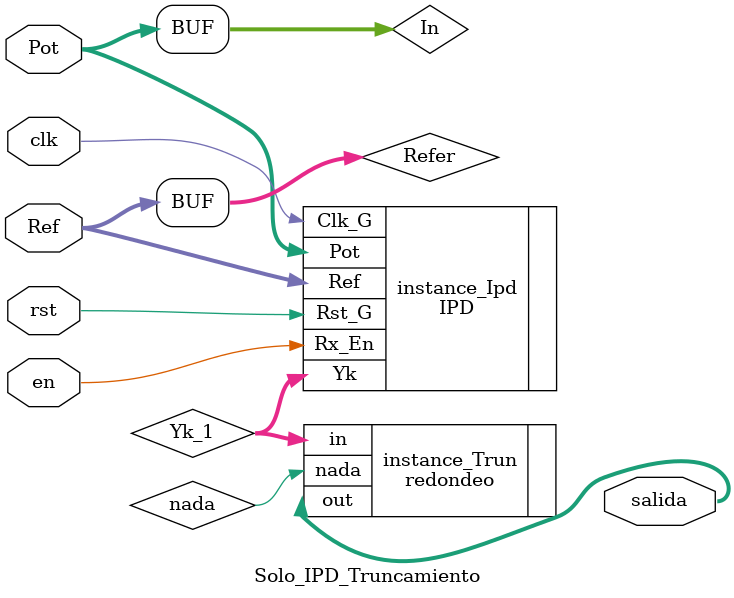
<source format=v>
`timescale 1ns / 1ps
module Solo_IPD_Truncamiento#(parameter cant_bits = 13)(
	input wire signed [cant_bits-1:0] Pot,Ref,
	input wire clk,rst,en,
	output wire signed [cant_bits-1:0] salida
    );

wire signed [2*cant_bits-1:0] Yk_1;
wire signed [cant_bits-1:0] In,Refer;

assign In = Pot;
assign Refer = Ref;

IPD instance_Ipd (
    .Pot(In), 
    .Ref(Refer), 
    .Clk_G(clk), 
    .Rst_G(rst), 
    .Rx_En(en), 
    .Yk(Yk_1)
    );

redondeo instance_Trun(
    .in(Yk_1), 
    .out(salida), 
    .nada(nada)
    );
	 
endmodule

</source>
